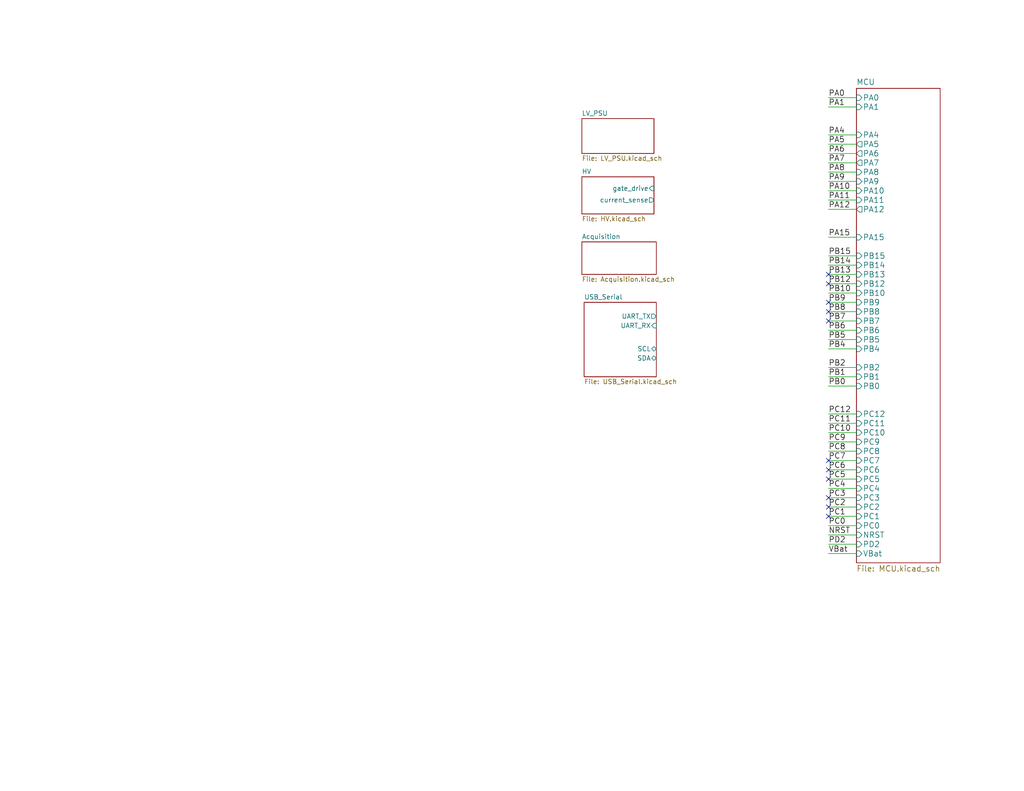
<source format=kicad_sch>
(kicad_sch
	(version 20231120)
	(generator "eeschema")
	(generator_version "8.0")
	(uuid "4c1e5ca8-aa0f-4a8e-bffe-6765adb2e3e8")
	(paper "USLetter")
	(title_block
		(title "SACE Hybride 2024")
		(date "2024-05-13")
		(comment 1 "Gérémy Sauvageau")
	)
	(lib_symbols)
	(no_connect
		(at 226.06 130.81)
		(uuid "0cd3032e-31a3-43a9-a51a-2b42b6546e6b")
	)
	(no_connect
		(at 226.06 77.47)
		(uuid "746ef9d7-0650-4342-96f2-35968b4bf44d")
	)
	(no_connect
		(at 226.06 135.89)
		(uuid "9b711bc1-0eb6-4c27-8d1f-1dccc93a37ef")
	)
	(no_connect
		(at 226.06 140.97)
		(uuid "9df0c183-bc9e-4614-8831-f76506b2d731")
	)
	(no_connect
		(at 226.06 82.55)
		(uuid "aa364d45-83d1-4cca-8a57-e4ea7be35dcb")
	)
	(no_connect
		(at 226.06 74.93)
		(uuid "cadcd1c9-6038-4250-9739-fae0d9f95fd4")
	)
	(no_connect
		(at 226.06 138.43)
		(uuid "e1817767-13c8-4135-813a-13dc8df8ec35")
	)
	(no_connect
		(at 226.06 125.73)
		(uuid "e926af1e-f5de-4d80-bbdf-0a3e2fc5dfcf")
	)
	(no_connect
		(at 226.06 87.63)
		(uuid "ed4e5b74-b7b3-4339-b71d-52dba7ed7bf6")
	)
	(no_connect
		(at 226.06 85.09)
		(uuid "f712b5a2-06ae-4437-a026-d76f950799ea")
	)
	(no_connect
		(at 226.06 128.27)
		(uuid "f8b460d0-56c5-46d8-ad85-c7fd7779fb44")
	)
	(wire
		(pts
			(xy 226.06 125.73) (xy 233.68 125.73)
		)
		(stroke
			(width 0)
			(type default)
		)
		(uuid "06c74968-a4f3-46ad-911d-3f0b635b2519")
	)
	(wire
		(pts
			(xy 226.06 52.07) (xy 233.68 52.07)
		)
		(stroke
			(width 0)
			(type default)
		)
		(uuid "06e471eb-cf68-4d3a-832b-8c19648d4285")
	)
	(wire
		(pts
			(xy 226.06 29.21) (xy 233.68 29.21)
		)
		(stroke
			(width 0)
			(type default)
		)
		(uuid "07ca5ac6-e108-4baf-8b97-d6564d7a37ce")
	)
	(wire
		(pts
			(xy 226.06 49.53) (xy 233.68 49.53)
		)
		(stroke
			(width 0)
			(type default)
		)
		(uuid "0a237e7e-68c7-441d-904a-2d3eb812884e")
	)
	(wire
		(pts
			(xy 226.06 148.59) (xy 233.68 148.59)
		)
		(stroke
			(width 0)
			(type default)
		)
		(uuid "0c76e6a7-9347-499a-8808-ecf3ccf883cc")
	)
	(wire
		(pts
			(xy 226.06 92.71) (xy 233.68 92.71)
		)
		(stroke
			(width 0)
			(type default)
		)
		(uuid "15edcd0f-4404-4838-8b26-3270a3187628")
	)
	(wire
		(pts
			(xy 233.68 77.47) (xy 226.06 77.47)
		)
		(stroke
			(width 0)
			(type default)
		)
		(uuid "16828633-e015-4aca-b379-637c89664495")
	)
	(wire
		(pts
			(xy 226.06 26.67) (xy 233.68 26.67)
		)
		(stroke
			(width 0)
			(type default)
		)
		(uuid "2791fdd4-a6e0-482a-bd2c-266ed800d3ba")
	)
	(wire
		(pts
			(xy 226.06 102.87) (xy 233.68 102.87)
		)
		(stroke
			(width 0)
			(type default)
		)
		(uuid "2ad50b09-c409-4f8b-80e7-64d69d3d1a4a")
	)
	(wire
		(pts
			(xy 233.68 95.25) (xy 226.06 95.25)
		)
		(stroke
			(width 0)
			(type default)
		)
		(uuid "3400892d-5587-4852-945f-743be8ddd037")
	)
	(wire
		(pts
			(xy 226.06 118.11) (xy 233.68 118.11)
		)
		(stroke
			(width 0)
			(type default)
		)
		(uuid "34943057-7f1e-4a64-b953-20741d6c5cd2")
	)
	(wire
		(pts
			(xy 226.06 143.51) (xy 233.68 143.51)
		)
		(stroke
			(width 0)
			(type default)
		)
		(uuid "39cdacab-13df-41d3-adcb-d13f71a6a832")
	)
	(wire
		(pts
			(xy 226.06 100.33) (xy 233.68 100.33)
		)
		(stroke
			(width 0)
			(type default)
		)
		(uuid "3cd1b505-d452-4f52-a047-1734d66c374c")
	)
	(wire
		(pts
			(xy 226.06 146.05) (xy 233.68 146.05)
		)
		(stroke
			(width 0)
			(type default)
		)
		(uuid "3d4328e5-61ac-4542-a9c5-90463351c027")
	)
	(wire
		(pts
			(xy 226.06 85.09) (xy 233.68 85.09)
		)
		(stroke
			(width 0)
			(type default)
		)
		(uuid "4650e58b-4da9-4598-80f6-8b2876c8d47a")
	)
	(wire
		(pts
			(xy 233.68 123.19) (xy 226.06 123.19)
		)
		(stroke
			(width 0)
			(type default)
		)
		(uuid "4eab3557-77d5-4c73-b589-583ea4c52e35")
	)
	(wire
		(pts
			(xy 233.68 57.15) (xy 226.06 57.15)
		)
		(stroke
			(width 0)
			(type default)
		)
		(uuid "501e1601-ab47-4f4c-82cf-6c7e9461dbdf")
	)
	(wire
		(pts
			(xy 226.06 120.65) (xy 233.68 120.65)
		)
		(stroke
			(width 0)
			(type default)
		)
		(uuid "5bb6ecff-6929-43a4-94f9-2c32e0fb0b8f")
	)
	(wire
		(pts
			(xy 226.06 138.43) (xy 233.68 138.43)
		)
		(stroke
			(width 0)
			(type default)
		)
		(uuid "638c6b19-f92c-4e7c-8ed4-732fd481a760")
	)
	(wire
		(pts
			(xy 226.06 41.91) (xy 233.68 41.91)
		)
		(stroke
			(width 0)
			(type default)
		)
		(uuid "6c33f1b2-a1e2-49e3-9535-a1e6881f5fa1")
	)
	(wire
		(pts
			(xy 226.06 44.45) (xy 233.68 44.45)
		)
		(stroke
			(width 0)
			(type default)
		)
		(uuid "80880113-bc93-4373-9b4b-6636e0059d66")
	)
	(wire
		(pts
			(xy 226.06 87.63) (xy 233.68 87.63)
		)
		(stroke
			(width 0)
			(type default)
		)
		(uuid "81beba03-aa5f-403f-a03a-799fa7f78793")
	)
	(wire
		(pts
			(xy 226.06 113.03) (xy 233.68 113.03)
		)
		(stroke
			(width 0)
			(type default)
		)
		(uuid "88827249-8ea2-4d69-992b-254c36de3880")
	)
	(wire
		(pts
			(xy 226.06 69.85) (xy 233.68 69.85)
		)
		(stroke
			(width 0)
			(type default)
		)
		(uuid "8b0d7f5a-dd34-421e-8e6d-fcd688aaba9f")
	)
	(wire
		(pts
			(xy 226.06 128.27) (xy 233.68 128.27)
		)
		(stroke
			(width 0)
			(type default)
		)
		(uuid "8d6d610d-beb0-4951-920a-335a3a0256dc")
	)
	(wire
		(pts
			(xy 226.06 140.97) (xy 233.68 140.97)
		)
		(stroke
			(width 0)
			(type default)
		)
		(uuid "98e72c0d-43a2-46e9-b7ba-93d22a569c53")
	)
	(wire
		(pts
			(xy 226.06 39.37) (xy 233.68 39.37)
		)
		(stroke
			(width 0)
			(type default)
		)
		(uuid "9c6cbceb-b679-44ee-8656-1e023606885a")
	)
	(wire
		(pts
			(xy 226.06 54.61) (xy 233.68 54.61)
		)
		(stroke
			(width 0)
			(type default)
		)
		(uuid "a57613f6-8d13-4856-ba05-10c6095494e9")
	)
	(wire
		(pts
			(xy 226.06 115.57) (xy 233.68 115.57)
		)
		(stroke
			(width 0)
			(type default)
		)
		(uuid "ada76e1a-ab49-408c-a83e-2a1c3f33559f")
	)
	(wire
		(pts
			(xy 233.68 80.01) (xy 226.06 80.01)
		)
		(stroke
			(width 0)
			(type default)
		)
		(uuid "af39d13d-144a-4229-85d1-44e598562264")
	)
	(wire
		(pts
			(xy 226.06 82.55) (xy 233.68 82.55)
		)
		(stroke
			(width 0)
			(type default)
		)
		(uuid "b31695bc-ba6a-4521-bd82-2af22fc7c63b")
	)
	(wire
		(pts
			(xy 226.06 135.89) (xy 233.68 135.89)
		)
		(stroke
			(width 0)
			(type default)
		)
		(uuid "bbe2578e-c155-440d-a8c4-386f836c7f98")
	)
	(wire
		(pts
			(xy 226.06 130.81) (xy 233.68 130.81)
		)
		(stroke
			(width 0)
			(type default)
		)
		(uuid "bd625b2c-39f3-4ba1-8eef-d44151a4f21c")
	)
	(wire
		(pts
			(xy 226.06 74.93) (xy 233.68 74.93)
		)
		(stroke
			(width 0)
			(type default)
		)
		(uuid "ce3ee25a-0ffd-4377-8f12-d2c97d540b72")
	)
	(wire
		(pts
			(xy 226.06 105.41) (xy 233.68 105.41)
		)
		(stroke
			(width 0)
			(type default)
		)
		(uuid "d1b1cfde-aa08-405d-9ac4-9d59c2699f01")
	)
	(wire
		(pts
			(xy 226.06 64.77) (xy 233.68 64.77)
		)
		(stroke
			(width 0)
			(type default)
		)
		(uuid "dd0e9991-e917-4029-981c-0aa25dfb5958")
	)
	(wire
		(pts
			(xy 226.06 90.17) (xy 233.68 90.17)
		)
		(stroke
			(width 0)
			(type default)
		)
		(uuid "e8d76567-ae21-46bb-b34a-57d59656a061")
	)
	(wire
		(pts
			(xy 226.06 72.39) (xy 233.68 72.39)
		)
		(stroke
			(width 0)
			(type default)
		)
		(uuid "f41a593e-50c6-4b3f-b375-f1e1d9646222")
	)
	(wire
		(pts
			(xy 226.06 46.99) (xy 233.68 46.99)
		)
		(stroke
			(width 0)
			(type default)
		)
		(uuid "f5e48801-b74a-4489-907b-efa6db507ef6")
	)
	(wire
		(pts
			(xy 226.06 151.13) (xy 233.68 151.13)
		)
		(stroke
			(width 0)
			(type default)
		)
		(uuid "f9723f25-36d3-46e9-86f0-43628e09d94d")
	)
	(wire
		(pts
			(xy 226.06 133.35) (xy 233.68 133.35)
		)
		(stroke
			(width 0)
			(type default)
		)
		(uuid "fb920509-1d4a-41c5-a0a5-4417008de84d")
	)
	(wire
		(pts
			(xy 226.06 36.83) (xy 233.68 36.83)
		)
		(stroke
			(width 0)
			(type default)
		)
		(uuid "fd68c417-4848-448d-aa7c-5fddbf4b1764")
	)
	(label "PB12"
		(at 226.06 77.47 0)
		(fields_autoplaced yes)
		(effects
			(font
				(size 1.524 1.524)
			)
			(justify left bottom)
		)
		(uuid "052f157a-a576-40bf-a563-0bf4d11cc970")
	)
	(label "PD2"
		(at 226.06 148.59 0)
		(fields_autoplaced yes)
		(effects
			(font
				(size 1.524 1.524)
			)
			(justify left bottom)
		)
		(uuid "069a47b3-852e-415e-9cf7-843cd14b820f")
	)
	(label "PC3"
		(at 226.06 135.89 0)
		(fields_autoplaced yes)
		(effects
			(font
				(size 1.524 1.524)
			)
			(justify left bottom)
		)
		(uuid "0a356d16-ac62-4341-8890-ee652c97793c")
	)
	(label "PB9"
		(at 226.06 82.55 0)
		(fields_autoplaced yes)
		(effects
			(font
				(size 1.524 1.524)
			)
			(justify left bottom)
		)
		(uuid "16c041f6-ca82-42d0-8042-36825300142f")
	)
	(label "PC11"
		(at 226.06 115.57 0)
		(fields_autoplaced yes)
		(effects
			(font
				(size 1.524 1.524)
			)
			(justify left bottom)
		)
		(uuid "177ffe64-684f-4fda-81c2-6c8c5d911d79")
	)
	(label "PA0"
		(at 226.06 26.67 0)
		(fields_autoplaced yes)
		(effects
			(font
				(size 1.524 1.524)
			)
			(justify left bottom)
		)
		(uuid "1cb69643-6633-4522-934a-d9384fb1408e")
	)
	(label "PB13"
		(at 226.06 74.93 0)
		(fields_autoplaced yes)
		(effects
			(font
				(size 1.524 1.524)
			)
			(justify left bottom)
		)
		(uuid "224ac0c6-354b-496f-9667-13da84913952")
	)
	(label "NRST"
		(at 226.06 146.05 0)
		(fields_autoplaced yes)
		(effects
			(font
				(size 1.524 1.524)
			)
			(justify left bottom)
		)
		(uuid "24fed69f-8db2-4179-8b8a-190269157c0f")
	)
	(label "PA9"
		(at 226.06 49.53 0)
		(fields_autoplaced yes)
		(effects
			(font
				(size 1.524 1.524)
			)
			(justify left bottom)
		)
		(uuid "25f581be-9d51-4c9d-ad58-f79ba8750e81")
	)
	(label "PB2"
		(at 226.06 100.33 0)
		(fields_autoplaced yes)
		(effects
			(font
				(size 1.524 1.524)
			)
			(justify left bottom)
		)
		(uuid "2772631a-7b22-48d0-a272-f4c049d564b4")
	)
	(label "PC7"
		(at 226.06 125.73 0)
		(fields_autoplaced yes)
		(effects
			(font
				(size 1.524 1.524)
			)
			(justify left bottom)
		)
		(uuid "286150ae-b093-40f2-848c-3438bb6d2867")
	)
	(label "PB14"
		(at 226.06 72.39 0)
		(fields_autoplaced yes)
		(effects
			(font
				(size 1.524 1.524)
			)
			(justify left bottom)
		)
		(uuid "33cf6e27-da6a-47d6-b40d-cac7bb7e3842")
	)
	(label "PC1"
		(at 226.06 140.97 0)
		(fields_autoplaced yes)
		(effects
			(font
				(size 1.524 1.524)
			)
			(justify left bottom)
		)
		(uuid "5150b240-f124-4a87-9047-ed7196f29f1a")
	)
	(label "PC9"
		(at 226.06 120.65 0)
		(fields_autoplaced yes)
		(effects
			(font
				(size 1.524 1.524)
			)
			(justify left bottom)
		)
		(uuid "523504e2-7691-46df-bd4b-8b67e63ab937")
	)
	(label "PB7"
		(at 226.06 87.63 0)
		(fields_autoplaced yes)
		(effects
			(font
				(size 1.524 1.524)
			)
			(justify left bottom)
		)
		(uuid "57225673-2776-4cd6-9326-46fb54dac9a1")
	)
	(label "PC10"
		(at 226.06 118.11 0)
		(fields_autoplaced yes)
		(effects
			(font
				(size 1.524 1.524)
			)
			(justify left bottom)
		)
		(uuid "57dd96d2-c605-453f-aa75-c9d17abf970f")
	)
	(label "PB0"
		(at 226.06 105.41 0)
		(fields_autoplaced yes)
		(effects
			(font
				(size 1.524 1.524)
			)
			(justify left bottom)
		)
		(uuid "5f8611a0-0d04-4195-9325-f96f96b15b24")
	)
	(label "PC12"
		(at 226.06 113.03 0)
		(fields_autoplaced yes)
		(effects
			(font
				(size 1.524 1.524)
			)
			(justify left bottom)
		)
		(uuid "6de30ad2-18cc-469f-a078-7ca660b65332")
	)
	(label "PA15"
		(at 226.06 64.77 0)
		(fields_autoplaced yes)
		(effects
			(font
				(size 1.524 1.524)
			)
			(justify left bottom)
		)
		(uuid "6e813fb3-87eb-4aaa-bcb6-d178ed186f68")
	)
	(label "PB1"
		(at 226.06 102.87 0)
		(fields_autoplaced yes)
		(effects
			(font
				(size 1.524 1.524)
			)
			(justify left bottom)
		)
		(uuid "714a0d27-6453-4346-8466-213427179fc3")
	)
	(label "PB4"
		(at 226.06 95.25 0)
		(fields_autoplaced yes)
		(effects
			(font
				(size 1.524 1.524)
			)
			(justify left bottom)
		)
		(uuid "76a8e3f8-bfaf-42b5-821d-6c40ef7142d2")
	)
	(label "PA7"
		(at 226.06 44.45 0)
		(fields_autoplaced yes)
		(effects
			(font
				(size 1.524 1.524)
			)
			(justify left bottom)
		)
		(uuid "86c2cce6-6f4e-4c54-a247-38cc41b4f6cc")
	)
	(label "PA5"
		(at 226.06 39.37 0)
		(fields_autoplaced yes)
		(effects
			(font
				(size 1.524 1.524)
			)
			(justify left bottom)
		)
		(uuid "93a75049-1d0c-431d-83d8-28540e50425d")
	)
	(label "PC0"
		(at 226.06 143.51 0)
		(fields_autoplaced yes)
		(effects
			(font
				(size 1.524 1.524)
			)
			(justify left bottom)
		)
		(uuid "953cc733-02f2-4e59-967a-533ccd457500")
	)
	(label "PA6"
		(at 226.06 41.91 0)
		(fields_autoplaced yes)
		(effects
			(font
				(size 1.524 1.524)
			)
			(justify left bottom)
		)
		(uuid "97630898-2530-4fca-ba80-fe7856691c87")
	)
	(label "PA8"
		(at 226.06 46.99 0)
		(fields_autoplaced yes)
		(effects
			(font
				(size 1.524 1.524)
			)
			(justify left bottom)
		)
		(uuid "9f292d97-f2ca-4d7b-8e1f-e9c5ab28bb6a")
	)
	(label "PB5"
		(at 226.06 92.71 0)
		(fields_autoplaced yes)
		(effects
			(font
				(size 1.524 1.524)
			)
			(justify left bottom)
		)
		(uuid "a89a6235-0e66-4840-8bdc-c5b318bfeef7")
	)
	(label "PA11"
		(at 226.06 54.61 0)
		(fields_autoplaced yes)
		(effects
			(font
				(size 1.524 1.524)
			)
			(justify left bottom)
		)
		(uuid "a9147505-78e0-49ce-be7f-d9dcb58b9401")
	)
	(label "PC6"
		(at 226.06 128.27 0)
		(fields_autoplaced yes)
		(effects
			(font
				(size 1.524 1.524)
			)
			(justify left bottom)
		)
		(uuid "ad33425d-05db-46e9-9723-afb0ca2ba557")
	)
	(label "PA4"
		(at 226.06 36.83 0)
		(fields_autoplaced yes)
		(effects
			(font
				(size 1.524 1.524)
			)
			(justify left bottom)
		)
		(uuid "b40d603d-aa08-4dd5-bb1d-ad91b13da271")
	)
	(label "VBat"
		(at 226.06 151.13 0)
		(fields_autoplaced yes)
		(effects
			(font
				(size 1.524 1.524)
			)
			(justify left bottom)
		)
		(uuid "b5842463-d8eb-438a-a62f-709c3b8acd9f")
	)
	(label "PC8"
		(at 226.06 123.19 0)
		(fields_autoplaced yes)
		(effects
			(font
				(size 1.524 1.524)
			)
			(justify left bottom)
		)
		(uuid "c2c94285-86ad-432a-8105-342d46214d0e")
	)
	(label "PB8"
		(at 226.06 85.09 0)
		(fields_autoplaced yes)
		(effects
			(font
				(size 1.524 1.524)
			)
			(justify left bottom)
		)
		(uuid "c81a1f9e-a5ff-4675-a2a5-aeeafc9d40c5")
	)
	(label "PB15"
		(at 226.06 69.85 0)
		(fields_autoplaced yes)
		(effects
			(font
				(size 1.524 1.524)
			)
			(justify left bottom)
		)
		(uuid "cdf906a4-1b73-4114-a8aa-22e469056204")
	)
	(label "PB10"
		(at 226.06 80.01 0)
		(fields_autoplaced yes)
		(effects
			(font
				(size 1.524 1.524)
			)
			(justify left bottom)
		)
		(uuid "d4ed8117-aec8-4f13-96a5-9ce18f4d4da5")
	)
	(label "PC5"
		(at 226.06 130.81 0)
		(fields_autoplaced yes)
		(effects
			(font
				(size 1.524 1.524)
			)
			(justify left bottom)
		)
		(uuid "d9639909-3e17-4209-95d1-204b5a489ccb")
	)
	(label "PC2"
		(at 226.06 138.43 0)
		(fields_autoplaced yes)
		(effects
			(font
				(size 1.524 1.524)
			)
			(justify left bottom)
		)
		(uuid "e10b6e49-5c62-45bd-a522-c8051f8b4424")
	)
	(label "PA1"
		(at 226.06 29.21 0)
		(fields_autoplaced yes)
		(effects
			(font
				(size 1.524 1.524)
			)
			(justify left bottom)
		)
		(uuid "e9440794-90c2-42a5-815a-0ec28cc52534")
	)
	(label "PA10"
		(at 226.06 52.07 0)
		(fields_autoplaced yes)
		(effects
			(font
				(size 1.524 1.524)
			)
			(justify left bottom)
		)
		(uuid "ee3aedf3-3047-4a2c-909f-8add90036513")
	)
	(label "PA12"
		(at 226.06 57.15 0)
		(fields_autoplaced yes)
		(effects
			(font
				(size 1.524 1.524)
			)
			(justify left bottom)
		)
		(uuid "f1917cf5-6f31-40b2-be19-a56aa7fd0ffe")
	)
	(label "PB6"
		(at 226.06 90.17 0)
		(fields_autoplaced yes)
		(effects
			(font
				(size 1.524 1.524)
			)
			(justify left bottom)
		)
		(uuid "f6030600-e8db-479e-bb84-93bdeca8b92f")
	)
	(label "PC4"
		(at 226.06 133.35 0)
		(fields_autoplaced yes)
		(effects
			(font
				(size 1.524 1.524)
			)
			(justify left bottom)
		)
		(uuid "fcbe29dd-28c0-41a3-8cea-8f7fd9d83acf")
	)
	(sheet
		(at 158.75 32.385)
		(size 19.685 9.525)
		(fields_autoplaced yes)
		(stroke
			(width 0.1524)
			(type solid)
		)
		(fill
			(color 0 0 0 0.0000)
		)
		(uuid "0f8b1d52-3451-4d91-9a0f-fc5eea3d9449")
		(property "Sheetname" "LV_PSU"
			(at 158.75 31.6734 0)
			(effects
				(font
					(size 1.27 1.27)
				)
				(justify left bottom)
			)
		)
		(property "Sheetfile" "LV_PSU.kicad_sch"
			(at 158.75 42.4946 0)
			(effects
				(font
					(size 1.27 1.27)
				)
				(justify left top)
			)
		)
		(instances
			(project "SACE-HW"
				(path "/4c1e5ca8-aa0f-4a8e-bffe-6765adb2e3e8"
					(page "2")
				)
			)
		)
	)
	(sheet
		(at 233.68 24.13)
		(size 22.86 129.54)
		(fields_autoplaced yes)
		(stroke
			(width 0)
			(type solid)
		)
		(fill
			(color 0 0 0 0.0000)
		)
		(uuid "558e191e-4d57-467a-8f3d-07afb9cf3132")
		(property "Sheetname" "MCU"
			(at 233.68 23.2914 0)
			(effects
				(font
					(size 1.524 1.524)
				)
				(justify left bottom)
			)
		)
		(property "Sheetfile" "MCU.kicad_sch"
			(at 233.68 154.3562 0)
			(effects
				(font
					(size 1.524 1.524)
				)
				(justify left top)
			)
		)
		(pin "PA4" input
			(at 233.68 36.83 180)
			(effects
				(font
					(size 1.524 1.524)
				)
				(justify left)
			)
			(uuid "76a589a9-8112-410c-8dfd-e9ed4d5da842")
		)
		(pin "PA0" input
			(at 233.68 26.67 180)
			(effects
				(font
					(size 1.524 1.524)
				)
				(justify left)
			)
			(uuid "a71deaff-2775-4475-8e61-a561b650d327")
		)
		(pin "PA1" input
			(at 233.68 29.21 180)
			(effects
				(font
					(size 1.524 1.524)
				)
				(justify left)
			)
			(uuid "17e2a900-113d-40d2-ba26-d72e56e4338d")
		)
		(pin "VBat" input
			(at 233.68 151.13 180)
			(effects
				(font
					(size 1.524 1.524)
				)
				(justify left)
			)
			(uuid "c9871d9e-3145-4851-9a0e-5420fa98d178")
		)
		(pin "PC0" input
			(at 233.68 143.51 180)
			(effects
				(font
					(size 1.524 1.524)
				)
				(justify left)
			)
			(uuid "ecc7823a-0ec6-4470-947c-9e8b0c7b00ad")
		)
		(pin "PC1" input
			(at 233.68 140.97 180)
			(effects
				(font
					(size 1.524 1.524)
				)
				(justify left)
			)
			(uuid "47f68a89-f898-45d5-afbe-9fc028904d19")
		)
		(pin "PC2" input
			(at 233.68 138.43 180)
			(effects
				(font
					(size 1.524 1.524)
				)
				(justify left)
			)
			(uuid "e2e5f537-48bb-46d4-a19b-ccd81baed18a")
		)
		(pin "PC3" input
			(at 233.68 135.89 180)
			(effects
				(font
					(size 1.524 1.524)
				)
				(justify left)
			)
			(uuid "d0fa0741-eced-4f97-a80e-0f8be0eb62e1")
		)
		(pin "PC4" input
			(at 233.68 133.35 180)
			(effects
				(font
					(size 1.524 1.524)
				)
				(justify left)
			)
			(uuid "895b7828-7591-47c2-a367-19604b9bbcd0")
		)
		(pin "PC5" input
			(at 233.68 130.81 180)
			(effects
				(font
					(size 1.524 1.524)
				)
				(justify left)
			)
			(uuid "af8f60d0-aad3-46af-830f-bee9054fecc2")
		)
		(pin "PB0" input
			(at 233.68 105.41 180)
			(effects
				(font
					(size 1.524 1.524)
				)
				(justify left)
			)
			(uuid "6274898b-9f5d-4559-b166-163091edb357")
		)
		(pin "PB1" input
			(at 233.68 102.87 180)
			(effects
				(font
					(size 1.524 1.524)
				)
				(justify left)
			)
			(uuid "f6c04dd7-9d42-47da-99d0-6d015bb073a6")
		)
		(pin "PB2" input
			(at 233.68 100.33 180)
			(effects
				(font
					(size 1.524 1.524)
				)
				(justify left)
			)
			(uuid "ef2ebbef-efd6-4a5c-bb61-c7e02fdb5fc4")
		)
		(pin "PB10" input
			(at 233.68 80.01 180)
			(effects
				(font
					(size 1.524 1.524)
				)
				(justify left)
			)
			(uuid "1268e22e-cd0a-4660-a011-0ebfe67b78fb")
		)
		(pin "PB12" input
			(at 233.68 77.47 180)
			(effects
				(font
					(size 1.524 1.524)
				)
				(justify left)
			)
			(uuid "067dbd37-1846-4c80-a6cf-7b23c64faa26")
		)
		(pin "PB13" input
			(at 233.68 74.93 180)
			(effects
				(font
					(size 1.524 1.524)
				)
				(justify left)
			)
			(uuid "dab4325a-9ec0-462d-b442-d71848d21240")
		)
		(pin "PB14" input
			(at 233.68 72.39 180)
			(effects
				(font
					(size 1.524 1.524)
				)
				(justify left)
			)
			(uuid "2ba81dc7-7acd-4f50-9227-de075a24473d")
		)
		(pin "PB15" input
			(at 233.68 69.85 180)
			(effects
				(font
					(size 1.524 1.524)
				)
				(justify left)
			)
			(uuid "457bfaac-9e41-4b43-bd06-20898036f8aa")
		)
		(pin "PC6" input
			(at 233.68 128.27 180)
			(effects
				(font
					(size 1.524 1.524)
				)
				(justify left)
			)
			(uuid "02bffa3f-652f-4166-bb25-acd5675bc776")
		)
		(pin "PC7" input
			(at 233.68 125.73 180)
			(effects
				(font
					(size 1.524 1.524)
				)
				(justify left)
			)
			(uuid "302c9d0d-65a2-4aa8-ae08-e7caca67271a")
		)
		(pin "PC8" input
			(at 233.68 123.19 180)
			(effects
				(font
					(size 1.524 1.524)
				)
				(justify left)
			)
			(uuid "8c763473-809f-4e65-a025-79b189a755ed")
		)
		(pin "PC9" input
			(at 233.68 120.65 180)
			(effects
				(font
					(size 1.524 1.524)
				)
				(justify left)
			)
			(uuid "332c3d2b-d177-4e5a-a5a3-4935a11454bf")
		)
		(pin "PA8" input
			(at 233.68 46.99 180)
			(effects
				(font
					(size 1.524 1.524)
				)
				(justify left)
			)
			(uuid "02077438-8dd3-47f5-839a-520756e5883b")
		)
		(pin "PA9" input
			(at 233.68 49.53 180)
			(effects
				(font
					(size 1.524 1.524)
				)
				(justify left)
			)
			(uuid "5e7e31cb-9dba-4a78-87e0-a0ab62eb2c33")
		)
		(pin "PA10" input
			(at 233.68 52.07 180)
			(effects
				(font
					(size 1.524 1.524)
				)
				(justify left)
			)
			(uuid "d71f0b0e-edaa-404f-8067-ca79f281ba58")
		)
		(pin "PA11" input
			(at 233.68 54.61 180)
			(effects
				(font
					(size 1.524 1.524)
				)
				(justify left)
			)
			(uuid "ee938614-5202-4894-bc8e-6524b02cb60d")
		)
		(pin "PA12" output
			(at 233.68 57.15 180)
			(effects
				(font
					(size 1.524 1.524)
				)
				(justify left)
			)
			(uuid "ff70920c-3ef7-4f9c-8891-e414c93a2298")
		)
		(pin "PA15" input
			(at 233.68 64.77 180)
			(effects
				(font
					(size 1.524 1.524)
				)
				(justify left)
			)
			(uuid "d2de3f6d-3256-4f9b-91aa-870be7d11006")
		)
		(pin "PC10" input
			(at 233.68 118.11 180)
			(effects
				(font
					(size 1.524 1.524)
				)
				(justify left)
			)
			(uuid "be3c8156-c1ee-4806-a680-68bdafa0829c")
		)
		(pin "PC11" input
			(at 233.68 115.57 180)
			(effects
				(font
					(size 1.524 1.524)
				)
				(justify left)
			)
			(uuid "49b01181-9b0c-4ebc-8bd7-abcd6b081910")
		)
		(pin "PC12" input
			(at 233.68 113.03 180)
			(effects
				(font
					(size 1.524 1.524)
				)
				(justify left)
			)
			(uuid "4c981948-682e-43ed-9430-2a30835c54de")
		)
		(pin "PD2" input
			(at 233.68 148.59 180)
			(effects
				(font
					(size 1.524 1.524)
				)
				(justify left)
			)
			(uuid "d38329cd-be16-48d7-8435-3b80ef48f235")
		)
		(pin "PB4" input
			(at 233.68 95.25 180)
			(effects
				(font
					(size 1.524 1.524)
				)
				(justify left)
			)
			(uuid "16a1b2a5-2b95-4141-813b-ee7a1a801ace")
		)
		(pin "PB5" input
			(at 233.68 92.71 180)
			(effects
				(font
					(size 1.524 1.524)
				)
				(justify left)
			)
			(uuid "dd0031d9-3c02-47fd-a48e-443ff8ccc33a")
		)
		(pin "PB6" input
			(at 233.68 90.17 180)
			(effects
				(font
					(size 1.524 1.524)
				)
				(justify left)
			)
			(uuid "b33a6c10-66b7-4d46-b2ef-d63d5e89a703")
		)
		(pin "PB7" input
			(at 233.68 87.63 180)
			(effects
				(font
					(size 1.524 1.524)
				)
				(justify left)
			)
			(uuid "da5b045d-3e06-49a7-9b3c-fd1a8da7361e")
		)
		(pin "PB8" input
			(at 233.68 85.09 180)
			(effects
				(font
					(size 1.524 1.524)
				)
				(justify left)
			)
			(uuid "a204ed6b-5b11-4f63-beb7-74339818e2cd")
		)
		(pin "PB9" input
			(at 233.68 82.55 180)
			(effects
				(font
					(size 1.524 1.524)
				)
				(justify left)
			)
			(uuid "0a4f05ab-8675-4c60-9f3b-7185b41be0a2")
		)
		(pin "PA5" output
			(at 233.68 39.37 180)
			(effects
				(font
					(size 1.524 1.524)
				)
				(justify left)
			)
			(uuid "4aea193c-0694-4fe5-8737-7e0b459cdba0")
		)
		(pin "PA6" output
			(at 233.68 41.91 180)
			(effects
				(font
					(size 1.524 1.524)
				)
				(justify left)
			)
			(uuid "ba77a934-c951-4e3b-aa64-0c4c69e4c9fd")
		)
		(pin "PA7" output
			(at 233.68 44.45 180)
			(effects
				(font
					(size 1.524 1.524)
				)
				(justify left)
			)
			(uuid "1abd422c-72f6-447c-82a2-e597f2db780c")
		)
		(pin "NRST" input
			(at 233.68 146.05 180)
			(effects
				(font
					(size 1.524 1.524)
				)
				(justify left)
			)
			(uuid "5adffe13-3fe1-4ed4-b71b-d3fbb60a7045")
		)
		(instances
			(project "SACE-HW"
				(path "/4c1e5ca8-aa0f-4a8e-bffe-6765adb2e3e8"
					(page "3")
				)
			)
		)
	)
	(sheet
		(at 158.75 66.04)
		(size 20.32 8.89)
		(fields_autoplaced yes)
		(stroke
			(width 0.1524)
			(type solid)
		)
		(fill
			(color 0 0 0 0.0000)
		)
		(uuid "89fdb234-fe30-4f1f-ac7b-866137add73a")
		(property "Sheetname" "Acquisition"
			(at 158.75 65.3284 0)
			(effects
				(font
					(size 1.27 1.27)
				)
				(justify left bottom)
			)
		)
		(property "Sheetfile" "Acquisition.kicad_sch"
			(at 158.75 75.5146 0)
			(effects
				(font
					(size 1.27 1.27)
				)
				(justify left top)
			)
		)
		(instances
			(project "SACE-HW"
				(path "/4c1e5ca8-aa0f-4a8e-bffe-6765adb2e3e8"
					(page "6")
				)
			)
		)
	)
	(sheet
		(at 159.385 82.55)
		(size 19.685 20.32)
		(fields_autoplaced yes)
		(stroke
			(width 0.1524)
			(type solid)
		)
		(fill
			(color 0 0 0 0.0000)
		)
		(uuid "9ebd2496-8213-4575-b78a-e0103001acbf")
		(property "Sheetname" "USB_Serial"
			(at 159.385 81.8384 0)
			(effects
				(font
					(size 1.27 1.27)
				)
				(justify left bottom)
			)
		)
		(property "Sheetfile" "USB_Serial.kicad_sch"
			(at 159.385 103.4546 0)
			(effects
				(font
					(size 1.27 1.27)
				)
				(justify left top)
			)
		)
		(pin "UART_TX" output
			(at 179.07 86.36 0)
			(effects
				(font
					(size 1.27 1.27)
				)
				(justify right)
			)
			(uuid "99b742c4-ea9e-414a-96e5-dd28f229600d")
		)
		(pin "UART_RX" input
			(at 179.07 88.9 0)
			(effects
				(font
					(size 1.27 1.27)
				)
				(justify right)
			)
			(uuid "ccfa5e6f-330d-4116-bde5-4cf2771007ba")
		)
		(pin "SCL" bidirectional
			(at 179.07 95.25 0)
			(effects
				(font
					(size 1.27 1.27)
				)
				(justify right)
			)
			(uuid "3f3a7dfe-4726-45a2-986f-655cf1d3748e")
		)
		(pin "SDA" bidirectional
			(at 179.07 97.79 0)
			(effects
				(font
					(size 1.27 1.27)
				)
				(justify right)
			)
			(uuid "92f02f3b-1a3f-4802-9c93-a8b96f7db768")
		)
		(instances
			(project "SACE-HW"
				(path "/4c1e5ca8-aa0f-4a8e-bffe-6765adb2e3e8"
					(page "5")
				)
			)
		)
	)
	(sheet
		(at 158.75 48.26)
		(size 19.685 10.16)
		(fields_autoplaced yes)
		(stroke
			(width 0.1524)
			(type solid)
		)
		(fill
			(color 0 0 0 0.0000)
		)
		(uuid "bda9c1af-9e39-4d1c-9beb-c58cbb11e7a4")
		(property "Sheetname" "HV"
			(at 158.75 47.5484 0)
			(effects
				(font
					(size 1.27 1.27)
				)
				(justify left bottom)
			)
		)
		(property "Sheetfile" "HV.kicad_sch"
			(at 158.75 59.0046 0)
			(effects
				(font
					(size 1.27 1.27)
				)
				(justify left top)
			)
		)
		(pin "gate_drive" input
			(at 178.435 51.435 0)
			(effects
				(font
					(size 1.27 1.27)
				)
				(justify right)
			)
			(uuid "3701aae4-0219-428a-96d6-73233bedb4b3")
		)
		(pin "current_sense" output
			(at 178.435 54.61 0)
			(effects
				(font
					(size 1.27 1.27)
				)
				(justify right)
			)
			(uuid "98425e42-9816-4ea9-bb01-7dd1a6b51016")
		)
		(instances
			(project "SACE-HW"
				(path "/4c1e5ca8-aa0f-4a8e-bffe-6765adb2e3e8"
					(page "4")
				)
			)
		)
	)
	(sheet_instances
		(path "/"
			(page "1")
		)
	)
)
</source>
